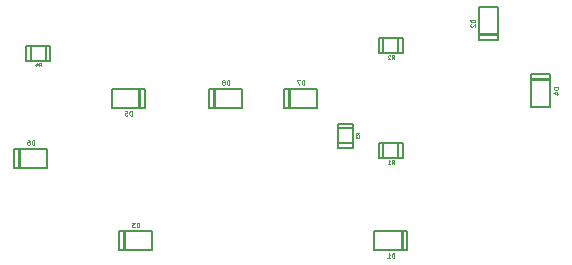
<source format=gbr>
G04 #@! TF.FileFunction,Legend,Bot*
%FSLAX46Y46*%
G04 Gerber Fmt 4.6, Leading zero omitted, Abs format (unit mm)*
G04 Created by KiCad (PCBNEW 0.201506222247+5806~23~ubuntu14.04.1-product) date mar 23 giu 2015 18:59:40 CEST*
%MOMM*%
G01*
G04 APERTURE LIST*
%ADD10C,0.200000*%
%ADD11C,0.127000*%
%ADD12C,0.060960*%
%ADD13C,0.100000*%
G04 APERTURE END LIST*
D10*
D11*
X132715000Y-78740000D02*
X132715000Y-77470000D01*
X131445000Y-78740000D02*
X131445000Y-77495400D01*
X131064000Y-78740000D02*
X133096000Y-78740000D01*
X133096000Y-78740000D02*
X133096000Y-77470000D01*
X133096000Y-77470000D02*
X131064000Y-77470000D01*
X131064000Y-77470000D02*
X131064000Y-78740000D01*
X132715000Y-69850000D02*
X132715000Y-68580000D01*
X131445000Y-69850000D02*
X131445000Y-68605400D01*
X131064000Y-69850000D02*
X133096000Y-69850000D01*
X133096000Y-69850000D02*
X133096000Y-68580000D01*
X133096000Y-68580000D02*
X131064000Y-68580000D01*
X131064000Y-68580000D02*
X131064000Y-69850000D01*
X128905000Y-76200000D02*
X127635000Y-76200000D01*
X128905000Y-77470000D02*
X127660400Y-77470000D01*
X128905000Y-77851000D02*
X128905000Y-75819000D01*
X128905000Y-75819000D02*
X127635000Y-75819000D01*
X127635000Y-75819000D02*
X127635000Y-77851000D01*
X127635000Y-77851000D02*
X128905000Y-77851000D01*
X102870000Y-70485000D02*
X102870000Y-69215000D01*
X101600000Y-70485000D02*
X101600000Y-69240400D01*
X101219000Y-70485000D02*
X103251000Y-70485000D01*
X103251000Y-70485000D02*
X103251000Y-69215000D01*
X103251000Y-69215000D02*
X101219000Y-69215000D01*
X101219000Y-69215000D02*
X101219000Y-70485000D01*
X132979160Y-84924900D02*
X132979160Y-86525100D01*
X133080760Y-86525100D02*
X133080760Y-84924900D01*
X130680460Y-86525100D02*
X133479540Y-86525100D01*
X133479540Y-86525100D02*
X133479540Y-84924900D01*
X133479540Y-84924900D02*
X130680460Y-84924900D01*
X130680460Y-84924900D02*
X130680460Y-86525100D01*
X141135100Y-68209160D02*
X139534900Y-68209160D01*
X139534900Y-68310760D02*
X141135100Y-68310760D01*
X139534900Y-65910460D02*
X139534900Y-68709540D01*
X139534900Y-68709540D02*
X141135100Y-68709540D01*
X141135100Y-68709540D02*
X141135100Y-65910460D01*
X141135100Y-65910460D02*
X139534900Y-65910460D01*
X109590840Y-86525100D02*
X109590840Y-84924900D01*
X109489240Y-84924900D02*
X109489240Y-86525100D01*
X111889540Y-84924900D02*
X109090460Y-84924900D01*
X109090460Y-84924900D02*
X109090460Y-86525100D01*
X109090460Y-86525100D02*
X111889540Y-86525100D01*
X111889540Y-86525100D02*
X111889540Y-84924900D01*
X143979900Y-72125840D02*
X145580100Y-72125840D01*
X145580100Y-72024240D02*
X143979900Y-72024240D01*
X145580100Y-74424540D02*
X145580100Y-71625460D01*
X145580100Y-71625460D02*
X143979900Y-71625460D01*
X143979900Y-71625460D02*
X143979900Y-74424540D01*
X143979900Y-74424540D02*
X145580100Y-74424540D01*
X110754160Y-72859900D02*
X110754160Y-74460100D01*
X110855760Y-74460100D02*
X110855760Y-72859900D01*
X108455460Y-74460100D02*
X111254540Y-74460100D01*
X111254540Y-74460100D02*
X111254540Y-72859900D01*
X111254540Y-72859900D02*
X108455460Y-72859900D01*
X108455460Y-72859900D02*
X108455460Y-74460100D01*
X100700840Y-79540100D02*
X100700840Y-77939900D01*
X100599240Y-77939900D02*
X100599240Y-79540100D01*
X102999540Y-77939900D02*
X100200460Y-77939900D01*
X100200460Y-77939900D02*
X100200460Y-79540100D01*
X100200460Y-79540100D02*
X102999540Y-79540100D01*
X102999540Y-79540100D02*
X102999540Y-77939900D01*
X123560840Y-74460100D02*
X123560840Y-72859900D01*
X123459240Y-72859900D02*
X123459240Y-74460100D01*
X125859540Y-72859900D02*
X123060460Y-72859900D01*
X123060460Y-72859900D02*
X123060460Y-74460100D01*
X123060460Y-74460100D02*
X125859540Y-74460100D01*
X125859540Y-74460100D02*
X125859540Y-72859900D01*
X117210840Y-74460100D02*
X117210840Y-72859900D01*
X117109240Y-72859900D02*
X117109240Y-74460100D01*
X119509540Y-72859900D02*
X116710460Y-72859900D01*
X116710460Y-72859900D02*
X116710460Y-74460100D01*
X116710460Y-74460100D02*
X119509540Y-74460100D01*
X119509540Y-74460100D02*
X119509540Y-72859900D01*
D12*
X132129954Y-79231188D02*
X132229860Y-79088464D01*
X132301222Y-79231188D02*
X132301222Y-78931468D01*
X132187043Y-78931468D01*
X132158498Y-78945740D01*
X132144226Y-78960012D01*
X132129954Y-78988557D01*
X132129954Y-79031374D01*
X132144226Y-79059919D01*
X132158498Y-79074191D01*
X132187043Y-79088464D01*
X132301222Y-79088464D01*
X131844506Y-79231188D02*
X132015774Y-79231188D01*
X131930140Y-79231188D02*
X131930140Y-78931468D01*
X131958685Y-78974285D01*
X131987230Y-79002830D01*
X132015774Y-79017102D01*
X132129954Y-70341188D02*
X132229860Y-70198464D01*
X132301222Y-70341188D02*
X132301222Y-70041468D01*
X132187043Y-70041468D01*
X132158498Y-70055740D01*
X132144226Y-70070012D01*
X132129954Y-70098557D01*
X132129954Y-70141374D01*
X132144226Y-70169919D01*
X132158498Y-70184191D01*
X132187043Y-70198464D01*
X132301222Y-70198464D01*
X132015774Y-70070012D02*
X132001502Y-70055740D01*
X131972957Y-70041468D01*
X131901595Y-70041468D01*
X131873051Y-70055740D01*
X131858778Y-70070012D01*
X131844506Y-70098557D01*
X131844506Y-70127102D01*
X131858778Y-70169919D01*
X132030047Y-70341188D01*
X131844506Y-70341188D01*
X129396188Y-76785046D02*
X129253464Y-76685140D01*
X129396188Y-76613778D02*
X129096468Y-76613778D01*
X129096468Y-76727957D01*
X129110740Y-76756502D01*
X129125012Y-76770774D01*
X129153557Y-76785046D01*
X129196374Y-76785046D01*
X129224919Y-76770774D01*
X129239191Y-76756502D01*
X129253464Y-76727957D01*
X129253464Y-76613778D01*
X129096468Y-76884953D02*
X129096468Y-77070494D01*
X129210647Y-76970587D01*
X129210647Y-77013405D01*
X129224919Y-77041949D01*
X129239191Y-77056222D01*
X129267736Y-77070494D01*
X129339098Y-77070494D01*
X129367643Y-77056222D01*
X129381915Y-77041949D01*
X129396188Y-77013405D01*
X129396188Y-76927770D01*
X129381915Y-76899226D01*
X129367643Y-76884953D01*
X102284954Y-70976188D02*
X102384860Y-70833464D01*
X102456222Y-70976188D02*
X102456222Y-70676468D01*
X102342043Y-70676468D01*
X102313498Y-70690740D01*
X102299226Y-70705012D01*
X102284954Y-70733557D01*
X102284954Y-70776374D01*
X102299226Y-70804919D01*
X102313498Y-70819191D01*
X102342043Y-70833464D01*
X102456222Y-70833464D01*
X102028051Y-70776374D02*
X102028051Y-70976188D01*
X102099413Y-70662195D02*
X102170774Y-70876281D01*
X101985234Y-70876281D01*
D13*
X132375238Y-87206432D02*
X132375238Y-86806432D01*
X132280000Y-86806432D01*
X132222857Y-86825480D01*
X132184762Y-86863575D01*
X132165714Y-86901670D01*
X132146666Y-86977861D01*
X132146666Y-87035004D01*
X132165714Y-87111194D01*
X132184762Y-87149290D01*
X132222857Y-87187385D01*
X132280000Y-87206432D01*
X132375238Y-87206432D01*
X131765714Y-87206432D02*
X131994286Y-87206432D01*
X131880000Y-87206432D02*
X131880000Y-86806432D01*
X131918095Y-86863575D01*
X131956190Y-86901670D01*
X131994286Y-86920718D01*
X139215472Y-67014762D02*
X138815472Y-67014762D01*
X138815472Y-67110000D01*
X138834520Y-67167143D01*
X138872615Y-67205238D01*
X138910710Y-67224286D01*
X138986901Y-67243334D01*
X139044044Y-67243334D01*
X139120234Y-67224286D01*
X139158330Y-67205238D01*
X139196425Y-67167143D01*
X139215472Y-67110000D01*
X139215472Y-67014762D01*
X138853568Y-67395714D02*
X138834520Y-67414762D01*
X138815472Y-67452857D01*
X138815472Y-67548095D01*
X138834520Y-67586191D01*
X138853568Y-67605238D01*
X138891663Y-67624286D01*
X138929758Y-67624286D01*
X138986901Y-67605238D01*
X139215472Y-67376667D01*
X139215472Y-67624286D01*
X110785238Y-84605472D02*
X110785238Y-84205472D01*
X110690000Y-84205472D01*
X110632857Y-84224520D01*
X110594762Y-84262615D01*
X110575714Y-84300710D01*
X110556666Y-84376901D01*
X110556666Y-84434044D01*
X110575714Y-84510234D01*
X110594762Y-84548330D01*
X110632857Y-84586425D01*
X110690000Y-84605472D01*
X110785238Y-84605472D01*
X110423333Y-84205472D02*
X110175714Y-84205472D01*
X110309047Y-84357853D01*
X110251905Y-84357853D01*
X110213809Y-84376901D01*
X110194762Y-84395949D01*
X110175714Y-84434044D01*
X110175714Y-84529282D01*
X110194762Y-84567377D01*
X110213809Y-84586425D01*
X110251905Y-84605472D01*
X110366190Y-84605472D01*
X110404286Y-84586425D01*
X110423333Y-84567377D01*
X146261432Y-72729762D02*
X145861432Y-72729762D01*
X145861432Y-72825000D01*
X145880480Y-72882143D01*
X145918575Y-72920238D01*
X145956670Y-72939286D01*
X146032861Y-72958334D01*
X146090004Y-72958334D01*
X146166194Y-72939286D01*
X146204290Y-72920238D01*
X146242385Y-72882143D01*
X146261432Y-72825000D01*
X146261432Y-72729762D01*
X145994766Y-73301191D02*
X146261432Y-73301191D01*
X145842385Y-73205953D02*
X146128099Y-73110714D01*
X146128099Y-73358334D01*
X110150238Y-75141432D02*
X110150238Y-74741432D01*
X110055000Y-74741432D01*
X109997857Y-74760480D01*
X109959762Y-74798575D01*
X109940714Y-74836670D01*
X109921666Y-74912861D01*
X109921666Y-74970004D01*
X109940714Y-75046194D01*
X109959762Y-75084290D01*
X109997857Y-75122385D01*
X110055000Y-75141432D01*
X110150238Y-75141432D01*
X109559762Y-74741432D02*
X109750238Y-74741432D01*
X109769286Y-74931909D01*
X109750238Y-74912861D01*
X109712143Y-74893813D01*
X109616905Y-74893813D01*
X109578809Y-74912861D01*
X109559762Y-74931909D01*
X109540714Y-74970004D01*
X109540714Y-75065242D01*
X109559762Y-75103337D01*
X109578809Y-75122385D01*
X109616905Y-75141432D01*
X109712143Y-75141432D01*
X109750238Y-75122385D01*
X109769286Y-75103337D01*
X101895238Y-77620472D02*
X101895238Y-77220472D01*
X101800000Y-77220472D01*
X101742857Y-77239520D01*
X101704762Y-77277615D01*
X101685714Y-77315710D01*
X101666666Y-77391901D01*
X101666666Y-77449044D01*
X101685714Y-77525234D01*
X101704762Y-77563330D01*
X101742857Y-77601425D01*
X101800000Y-77620472D01*
X101895238Y-77620472D01*
X101323809Y-77220472D02*
X101400000Y-77220472D01*
X101438095Y-77239520D01*
X101457143Y-77258568D01*
X101495238Y-77315710D01*
X101514286Y-77391901D01*
X101514286Y-77544282D01*
X101495238Y-77582377D01*
X101476190Y-77601425D01*
X101438095Y-77620472D01*
X101361905Y-77620472D01*
X101323809Y-77601425D01*
X101304762Y-77582377D01*
X101285714Y-77544282D01*
X101285714Y-77449044D01*
X101304762Y-77410949D01*
X101323809Y-77391901D01*
X101361905Y-77372853D01*
X101438095Y-77372853D01*
X101476190Y-77391901D01*
X101495238Y-77410949D01*
X101514286Y-77449044D01*
X124755238Y-72540472D02*
X124755238Y-72140472D01*
X124660000Y-72140472D01*
X124602857Y-72159520D01*
X124564762Y-72197615D01*
X124545714Y-72235710D01*
X124526666Y-72311901D01*
X124526666Y-72369044D01*
X124545714Y-72445234D01*
X124564762Y-72483330D01*
X124602857Y-72521425D01*
X124660000Y-72540472D01*
X124755238Y-72540472D01*
X124393333Y-72140472D02*
X124126666Y-72140472D01*
X124298095Y-72540472D01*
X118405238Y-72540472D02*
X118405238Y-72140472D01*
X118310000Y-72140472D01*
X118252857Y-72159520D01*
X118214762Y-72197615D01*
X118195714Y-72235710D01*
X118176666Y-72311901D01*
X118176666Y-72369044D01*
X118195714Y-72445234D01*
X118214762Y-72483330D01*
X118252857Y-72521425D01*
X118310000Y-72540472D01*
X118405238Y-72540472D01*
X117948095Y-72311901D02*
X117986190Y-72292853D01*
X118005238Y-72273806D01*
X118024286Y-72235710D01*
X118024286Y-72216663D01*
X118005238Y-72178568D01*
X117986190Y-72159520D01*
X117948095Y-72140472D01*
X117871905Y-72140472D01*
X117833809Y-72159520D01*
X117814762Y-72178568D01*
X117795714Y-72216663D01*
X117795714Y-72235710D01*
X117814762Y-72273806D01*
X117833809Y-72292853D01*
X117871905Y-72311901D01*
X117948095Y-72311901D01*
X117986190Y-72330949D01*
X118005238Y-72349996D01*
X118024286Y-72388091D01*
X118024286Y-72464282D01*
X118005238Y-72502377D01*
X117986190Y-72521425D01*
X117948095Y-72540472D01*
X117871905Y-72540472D01*
X117833809Y-72521425D01*
X117814762Y-72502377D01*
X117795714Y-72464282D01*
X117795714Y-72388091D01*
X117814762Y-72349996D01*
X117833809Y-72330949D01*
X117871905Y-72311901D01*
M02*

</source>
